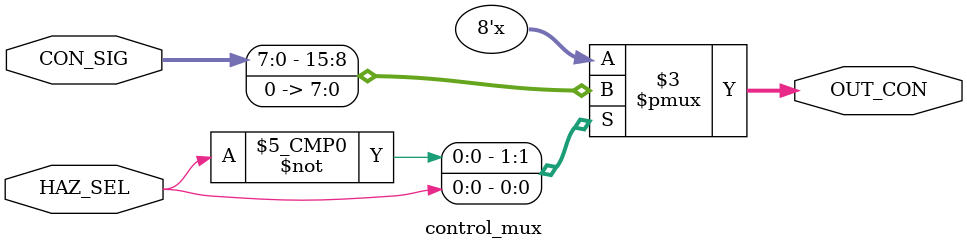
<source format=v>
`timescale 1ns/1ns 
module MIPSpipeline24(clk, reset);
input clk, reset;
wire PC_write = 1, IF_Flush = 0, IFID_write = 1;
wire [31:0] PC,PCin, ID_PC4;
wire [31:0] PC4,PCbeq;////,ID_PC4,EX_PC4;
////wire [31:0] PCbeq,PC4beq;//,PCj,PC4bnej,PCjr; // PC signals in MUX
wire [31:0] Instruction, inst_reg,ID_Instruction; // Output of Instruction Memory
wire [5:0] ID_Opcode,ID_Function,EX_Function; //// Opcode, Function
// Extend
wire [15:0] ID_imm16; //// immediate in I type instruction
wire [31:0] EX_imm16; ////Im16_Ext,EX_Im16_Ext;
wire [31:0] sign_ext_out;
// regfile
wire [4:0] ID_rs,ID_rt,ID_rd,EX_rs,EX_rt,EX_rd,EX_WriteRegister,MEM_WriteRegister,WB_WriteRegister;
wire [31:0] WB_WriteDataToReg, ID_ReadData1, ID_ReadData2, EX_ReadData1, EX_ReadData2,MEM_WriteData;////,ReadData1Out,ReadData2Out;
wire [31:0] Mux_RS,Mux_RT;
// ALU
wire [31:0] Bus_A_ALU,Bus_B_ALU,Bus_B_forwarded;
wire [31:0] EX_ALUResult,MEM_ALUResult,WB_ALUResult;
wire ZeroFlag;////, OverflowFlag, CarryFlag, NegativeFlag,notZeroFlag;
wire [31:0] MEM_ReadDataOfMem,WB_ReadDataOfMem;////,WriteDataOfMe;
//Control signals 
wire RegDst,ALUSrc,MemtoReg,RegWrite,MemRead,MemWrite,Branch;//SignZero,JRControl;
wire PCSrc,HazMuxSel,compare_out;
wire [7:0] CON_SIG,OUT_CON;
wire ID_RegDst,ID_ALUSrc,ID_MemtoReg,ID_RegWrite,ID_MemRead,ID_MemWrite;////ID_Branch,ID_JRControl;
wire EX_RegDst,EX_ALUSrc,EX_MemtoReg,EX_RegWrite,EX_MemRead,EX_MemWrite;////EX_Branch,EX_JRControl;
wire MEM_MemtoReg,MEM_RegWrite,MEM_MemRead,MEM_MemWrite;
wire WB_MemtoReg,WB_RegWrite;
wire [4:0] Shift_Amt;
wire [1:0] ALUop,ID_ALUop,EX_ALUop;
wire [2:0] ALUControl;
//wire beqControl,notbeqControl;
wire [1:0] ForwardA,ForwardB;
wire ForwardC,ForwardD;
wire [31:0] shiftleft2_beq_out;//, addout; 
// PC Write Enable, IF/ID Write Enable
////wire PC_WriteEn,IFID_WriteEn;
assign CON_SIG [0] = RegDst; assign CON_SIG [1] = ALUSrc; assign CON_SIG [2] = MemtoReg;
assign CON_SIG [3] = RegWrite; assign CON_SIG [4] = MemRead; assign CON_SIG [5] = MemWrite;
assign CON_SIG [6] = ALUop [1]; assign CON_SIG [7] = ALUop [0];

assign ID_RegDst= OUT_CON [0]; assign ID_ALUSrc = OUT_CON [1]; assign ID_MemtoReg = OUT_CON [2];
assign ID_RegWrite = OUT_CON [3]; assign ID_MemRead = OUT_CON [4]; assign ID_MemWrite = OUT_CON [5];
assign ID_ALUop [1] = OUT_CON [6]; assign ID_ALUop [0] = OUT_CON [7];

assign ID_Opcode = ID_Instruction[31:26];
assign ID_Function = ID_Instruction[5:0];
assign ID_rs = ID_Instruction[25:21];
assign ID_rt = ID_Instruction[20:16];
assign ID_rd = ID_Instruction[15:11];
assign ID_imm16= ID_Instruction[15:0];

Clockgen c1 (clk,reset);
//IF Stage
pc    pc1(  clk , PCin , PC , reset , PC_write);
pcadder    pcadder11 (PC,PC4);
InstructionMem InstructionMem1(Instruction, PC);
instr_mux instruction_mux (Instruction,inst_reg,IF_Flush);
IFID pipeline_reg1 (clk,IFID_write,PC4,inst_reg,ID_Instruction,ID_PC4);
//ID Stage
HazardUnit HAZ (ID_rs,ID_rt,EX_rt,EX_MemRead,PC_write,IFID_write,HazMuxSel,IF_Flush,PCSrc);
andTOGetPcscr andgate(Branch,compare_out,PCSrc);
Control   hhh(RegDst,ALUSrc,MemtoReg,RegWrite,MemRead,MemWrite,Branch,ALUop,ID_Opcode);
Compare Comparator( Mux_RS, Mux_RT,  compare_out);
ForwardUnit_Branch FUB(MEM_WriteRegister,ID_rs,ID_rt,Branch,ForwardC,ForwardD);
comparator_input_rs_mux comp_mux1(ForwardC,ID_ReadData1,MEM_ALUResult,Mux_RS);
comparator_input_rt_mux comp_mux2(ForwardD,ID_ReadData2,MEM_ALUResult,Mux_RT);
RegFile  RegFile111  (ID_rs, ID_ReadData1 , ID_rt , ID_ReadData2 , clk , WB_RegWrite , WB_WriteRegister ,WB_WriteDataToReg );
control_mux  CON_MUX(CON_SIG,HazMuxSel,OUT_CON);
shift_left_2    shift_left_2111( shiftleft2_beq_out , sign_ext_out);
sign_extend    sign_extend1111( sign_ext_out,ID_imm16);
Addaddress PCadder(shiftleft2_beq_out,ID_PC4,PCbeq);
input_pc_mux IN_PC (PCSrc,PCbeq,PC4,PCin);
IDEX pipeline_reg2(clk,ID_MemtoReg,ID_RegWrite,ID_MemRead,ID_MemWrite,ID_RegDst,ID_ALUop,ID_ALUSrc,
ID_ReadData1,ID_ReadData2,sign_ext_out,ID_rs,ID_rt,ID_rd,ID_Function,EX_MemtoReg,EX_RegWrite,EX_MemRead,EX_MemWrite,EX_RegDst,EX_ALUop,
EX_ALUSrc,EX_ReadData1,EX_ReadData2,EX_imm16,EX_rs,EX_rt,EX_rd,EX_Function);
//EX Stage
ForwardUnit FU(MEM_WriteRegister,WB_WriteRegister,EX_rs,EX_rt,MEM_RegWrite,WB_MemtoReg,ForwardA,ForwardB);
alurs_mux ALUinput1mux(ForwardA,EX_ReadData1,WB_WriteDataToReg,MEM_ALUResult,Bus_A_ALU);
alurt_mux ALUinput2mux(ForwardB,EX_ReadData2,WB_WriteDataToReg,MEM_ALUResult,Bus_B_forwarded);
mux  muxalu (Bus_B_forwarded,EX_imm16,ALUSrc,Bus_B_ALU);
muxx mux225 (EX_rt,EX_rd,EX_RegDst,EX_WriteRegister);
ALUControl_Block    ALUControl_Block1111  ( ALUControl,Shift_Amt, EX_ALUop, EX_Function,EX_imm16);
alu   alu11( Bus_A_ALU, Bus_B_ALU, ALUControl,Shift_Amt,EX_ALUResult,ZeroFlag);
EXMEM pipeline_reg3(clk,EX_MemtoReg,EX_RegWrite,EX_MemRead,EX_MemWrite,EX_ALUResult,EX_WriteRegister,Bus_B_forwarded,
MEM_MemtoReg,MEM_RegWrite,MEM_MemRead,MEM_MemWrite,MEM_ALUResult,MEM_WriteRegister,MEM_WriteData);
//MEM Stage 
data_memory   data_memory1 (clk,MEM_ALUResult,MEM_WriteData,MEM_MemWrite,MEM_MemRead,MEM_ReadDataOfMem);
MEMWB pipeline_reg4(clk,MEM_MemtoReg,MEM_RegWrite,MEM_ReadDataOfMem,MEM_ALUResult,MEM_WriteRegister,
WB_MemtoReg,WB_RegWrite,WB_ReadDataOfMem,WB_ALUResult,WB_WriteRegister);
//WB Stage
mux  mux11 (WB_ALUResult,WB_ReadDataOfMem,WB_MemtoReg,WB_WriteDataToReg);
//// Add add11(addout,shiftleft2_beq_out ,PC4);/// to calculate the new address that beq will branch to
////and andbneControl(beqControl,Branch,ZeroFlag);
////mux  mux22(PC4,addout,beqControl,PCin);
endmodule 


module Clockgen (Clock,reset);
output reg Clock;
output reg reset;
initial
begin
Clock=0; reset=1;
end
always
begin
   reset<=0;
#1 Clock<=1;
#1 Clock<=0;
end
endmodule

module pc(  clock , pcin , pcout , reset , Pcwrite);
input clock , reset,Pcwrite;////Pcwrite for pipeline stall
input [31:0] pcin ;
output  reg [31:0]  pcout;
initial 
begin 
  pcout =0;
 end
always @(posedge clock)
begin
if (Pcwrite)
begin
    if(reset)
        pcout <= 0 ;
    else
        pcout <= pcin ;
end
end
endmodule


module RegFile(ra1, rd1 , ra2 , rd2 , clk , RegWrite , wa ,wd );
input[4:0] ra1;
output[31:0] rd1;
input[4:0] ra2;
output[31:0] rd2;
input clk, RegWrite;
//input werf ;
input[4:0] wa;
input[31:0] wd;
reg [31:0] registers[0:31];
initial 
begin 
registers[0]<=32'b00000000000000000000000000000000;// has to be 0
registers[1]<=32'b00000000000000000000000000000000;//0
registers[2]<=32'b00000000000000000000000000000011;//3
registers[3]<=32'b00000000000000000000000000000111;//7
registers[4]<=32'b00000000000000000000000000000111;//7
registers[5]<=32'b00000000000000000000000000000011;//3
registers[6]<=32'b00000000000000000000000000000010;//2
registers[7]<=32'b00000000000000000000000000000011;//3
registers[8]<=32'b00000000000000000000000000000001;//1
registers[9]<=32'b00000000000000000000000000000001;
registers[10]<=32'b00000000000000000000000000000000;
registers[11]<=32'b00000000000000000000000000000001;
registers[12]<=32'b00000000000000000000000000000001;
registers[13]<=32'b00000000000000000000000000000001;
registers[14]<=32'b00000000000000000000000000000001;
registers[15]<=32'b00000000000000000000000000000001;
registers[16]<=32'b00000000000000000000000000000001;
registers[17]<=32'b00000000000000000000000000000001;
registers[18]<=32'b00000000000000000000000000000001;
registers[19]<=32'b00000000000000000000000000000011;//3
registers[20]<=32'b00000000000000000000000000000010;//2
registers[21]<=32'b00000000000000000000000000000001;//1
registers[22]<=32'b00000000000000000000000000000001;
registers[23]<=32'b00000000000000000000000000000001;
registers[24]<=32'b00000000000000000000000000000001;
registers[25]<=32'b00000000000000000000000000000001;
registers[26]<=32'b00000000000000000000000000000001;
registers[27]<=32'b00000000000000000000000000000001;
registers[28]<=32'b00000000000000000000000000000001;
registers[29]<=32'b00000000000000000000000000000001;
registers[30]<=32'b00000000000000000000000000000001;
registers[31]<=32'b00000000000000000000000000000001;
end
assign rd1 = registers[ra1];
assign rd2 = registers[ra2];
always@ ( posedge clk )
    if (RegWrite)
        registers[wa] <= wd;
endmodule

 
module alu(       
      input          [31:0]     a,          //src1  
      input          [31:0]     b,          //src2  
      input          [2:0]     alu_control,     //function sel
      input	     [4:0]     ShiftAmount,  //for the instrution sll
      output     reg     [31:0]     result,          //result       
      output zero  
   );  
 always @(*)  
 begin   
      case(alu_control)  
      3'b000: result <= a + b; // add  
      3'b001: result <= a - b; // sub  
      3'b010: result <= a & b; // and  
      3'b011: result <= a | b; // or
      3'b100: result <= a<<ShiftAmount; //sll  
      default:result <= a + b; // add  
      endcase  
 end  
 assign zero = (result==32'd0) ? 1'b1: 1'b0;  
 endmodule  

 module data_memory  ( input clk,input[31:0]mem_access_addr,input[31:0] mem_write_data, input  mem_write_en, input mem_read, output [31:0] mem_read_data );  
      integer i;  
      reg [31:0] ram [0:1023];  
      wire [31: 0] ram_addr = mem_access_addr[31:0];  
      initial 
           begin  
           for(i=0;i<1024;i=i+1)  
                ram[i] <= i;  
            end 
      always @(posedge clk) begin  
           if (mem_write_en)  
                ram[ram_addr] <= mem_write_data;  
      end  
      assign mem_read_data = (mem_read==1'b1) ? ram[ram_addr]: 32'd0;   
 endmodule   

module ALUControl_Block( ALUControl,Shift_amt, ALUOp, Function,Sign_Extend);
output reg [2:0] ALUControl;
output reg [4:0] Shift_amt;
input [1:0] ALUOp;
input [5:0] Function;
input [31:0] Sign_Extend;
wire [7:0] ALUControlIn;
assign ALUControlIn = {ALUOp,Function};
always @(ALUControlIn)
casex (ALUControlIn)
 //8'b11xxxxxx: ALUControl=2'b01;  
 8'b00xxxxxx: ALUControl<=3'b000;//lw sw
 8'b01xxxxxx: ALUControl<=3'b001;// beq
 8'b10100000: ALUControl<=3'b000;//add
 8'b10100010: ALUControl<=3'b001;//sub
 8'b10100100: ALUControl<=3'b010;//and
 8'b10100101: ALUControl<=3'b011;//or
 8'b10000000: begin
	ALUControl<=3'b100;//sll
	Shift_amt <= Sign_Extend [10:6];
	end
 default: ALUControl=3'b000;
 endcase
endmodule

module sign_extend(sOut32,sIn16);
output [31:0] sOut32;
input [15:0] sIn16;
assign sOut32 = {{16{sIn16[15]}},sIn16};
endmodule
// Shift left 2 module 
module shift_left_2(Out32, In32);
output [31:0] Out32;
input [31:0] In32;

assign Out32 = {In32[29:0],2'b00};
endmodule

module zero_extend(zOut32,zIn16);
output [31:0] zOut32;
input [15:0] zIn16;
assign zOut32 = {{16{1'b0 }},zIn16};
endmodule
//---------------------------------------------------------------------------------------------------

module mux (in1,in2,sel,out1);

input [31:0] in1,in2;
output reg [31:0] out1;
input sel;

always@ (in1 or in2 or sel)

case (sel)
1'b0 : out1 <= in1 ;
1'b1 : out1 <= in2 ;
endcase 

endmodule

module muxx (in1,in2,sel,out1);

input [4:0] in1,in2;
output reg [4:0] out1;
input sel;

always@ (in1 or in2 or sel)

case (sel)
1'b0 : out1 <= in1 ; 
1'b1 : out1 <= in2 ;
endcase 

endmodule

module InstructionMem(instruction, address);

input [31:0] address;
output [31:0] instruction;
reg [31:0]instrmem[0:1023];
reg [31:0] temp;
assign instruction [31:0]=temp[31:0];

always @(address)
begin
 temp <=instrmem[address>>2];
end

initial
begin
$readmemb("Firsttestcase.txt", instrmem);
end
endmodule

module Control(
RegDst,
ALUSrc,
MemtoReg,
RegWrite,
MemRead,
MemWrite,
Branch,
ALUOp,
Opcode
);

output RegDst,ALUSrc,MemtoReg,RegWrite,MemRead,MemWrite,Branch;
output [1:0] ALUOp;
input [5:0] Opcode;
reg RegDst,ALUSrc,MemtoReg,RegWrite,MemRead,MemWrite,Branch;
reg [1:0] ALUOp;
always @(*)
casex (Opcode)
 6'b000000 : begin // R - type
     RegDst = 1'b1;
     ALUSrc = 1'b0;
     MemtoReg= 1'b0;
     RegWrite= 1'b1;
     MemRead = 1'b0;
     MemWrite= 1'b0;
     Branch = 1'b0;
     ALUOp = 2'b10;
     //Jump = 1'b0;
    // SignZero= 1'b0;
    end
 6'b100011 : begin // lw - load word
     RegDst = 1'b0;
     ALUSrc = 1'b1;
     MemtoReg= 1'b1;
     RegWrite= 1'b1;
     MemRead = 1'b1;
     MemWrite= 1'b0;
     Branch = 1'b0;
     ALUOp = 2'b00;
    // Jump = 1'b0;
     // SignZero= 1'b0; // sign extend
    end
 6'b101011 : begin // sw - store word
     RegDst = 1'bx;
     ALUSrc = 1'b1;
     MemtoReg= 1'bx;
     RegWrite= 1'b0;
     MemRead = 1'b0;
     MemWrite= 1'b1;
     Branch = 1'b0;
     ALUOp = 2'b00;
     //Jump = 1'b0;
     //SignZero= 1'b0;
    end


 6'b000100 : begin // beq- branch if equal
     RegDst = 1'b0;
     ALUSrc = 1'b0;
     MemtoReg= 1'b0;
     RegWrite= 1'b0;
     MemRead = 1'b0;
     MemWrite= 1'b0;
     Branch = 1'b1;
     ALUOp = 2'b01;
    // Jump = 1'b0;
    // SignZero= 1'b0; // sign extend
    end

/* 6'b000101 : begin // bne - branch if not equal
     RegDst = 1'b0;
     ALUSrc = 1'b0;
     MemtoReg= 1'b0;
     RegWrite= 1'b0;
     MemRead = 1'b0;
     MemWrite= 1'b0;
     Branch = 1'b1;
     ALUOp = 2'b01;
     Jump = 1'b0;
     SignZero= 1'b0; // sign extend
    end*/
 /*6'b001110 : begin // XORI - XOR immidiate
     RegDst = 1'b0;
     ALUSrc = 1'b1;
     MemtoReg= 1'b0;
     RegWrite= 1'b1;
     MemRead = 1'b0;
     MemWrite= 1'b0;
     Branch = 1'b0;
     ALUOp = 2'b11;
     Jump = 1'b0;
     SignZero= 1'b1; // zero extend
    end
 6'b000010 : begin // j - Jump
     RegDst = 1'b0;
     ALUSrc = 1'b0;
     MemtoReg= 1'b0;
     RegWrite= 1'b0;
     MemRead = 1'b0;
     MemWrite= 1'b0;
     Branch = 1'b0;
     ALUOp = 2'b00;
     Jump = 1'b1;
     SignZero= 1'b0;
    end*/
 default : begin 
     RegDst = 1'b0;
     ALUSrc = 1'b0;
     MemtoReg= 1'b0;
     RegWrite= 1'b0;
     MemRead = 1'b0;
     MemWrite= 1'b0;
     Branch = 1'b0;
     ALUOp = 2'b10;
     //Jump = 1'b0;
     //SignZero= 1'b0;
    end
 
endcase
endmodule
/*module zero_extend(zOut32,zIn16);
output [31:0] zOut32;
input [15:0] zIn16;
assign zOut32 = {{16{1'b0 }},zIn16};
endmodule*/


module Add(S,A,B);
output [31:0] S;
input [31:0] A,B;
assign S = A + B;
endmodule

//---------------------------------------------------------------------------------------------------
 module pcadder(pc,pcout);
input [31:0] pc;
output[31:0] pcout ;
assign  pcout=pc+4;
endmodule

////////////////////////////////////////////PIPELINE\\\\\\\\\\\\\\\\\\\\\\\\\\\\\\\\\\\\\\\\\\\\\\\\\\\\
//IF/ID:
module IFID(clock,IFIDWrite,PC_Plus4,Inst,InstReg,PC_Plus4Reg); 
    input [31:0] PC_Plus4,Inst;//PC_Plus4 is the normal PC, no idea why this naming 
    input clock,IFIDWrite; 
    output reg [31:0] InstReg, PC_Plus4Reg;
     
    initial begin 
        InstReg = 0; 
        PC_Plus4Reg = 0; 
    end  
    always@(posedge clock) 
    begin ////yasmine made a mux for the flush
       // if(flush) 
       // begin 
       //    InstReg <= 0; 
       //    PC_Plus4Reg <=0; 
       // end 
         if(IFIDWrite)//else nothing is going to change 
        begin 
           InstReg <= Inst; 
           PC_Plus4Reg <= PC_Plus4; 
        end 
    end  
endmodule 

//ID/EX: 
module IDEX(clock,MemtoReg,RegWrite,MemRead,MemWrite,RegDst,ALUop,ALUSrc,DataA,DataB,imm_value,RegRs,RegRt,RegRd,Function,Memtoreg_reg,RegWrite_reg,
MemRead_reg,MemWrite_reg,RegDst_reg,ALUop_reg,ALUSrc_reg,DataAreg,DataBreg,imm_valuereg,RegRsreg,RegRtreg,RegRdreg,Functionreg); 
    input clock; 
    input MemtoReg,RegWrite,MemRead,MemWrite,RegDst,ALUSrc;////,Branch
    input [1:0] ALUop;
    input [4:0] RegRs,RegRt,RegRd; 
    input [31:0] DataA,DataB,imm_value;
    input [5:0] Function;
    output reg Memtoreg_reg,RegWrite_reg,MemRead_reg,MemWrite_reg,RegDst_reg,ALUSrc_reg;/////,Branch_reg
    output reg [1:0] ALUop_reg; 
    output reg [4:0] RegRsreg,RegRtreg,RegRdreg; 
    output reg [31:0] DataAreg,DataBreg,imm_valuereg; 
    output reg [5:0] Functionreg;
    initial begin
        Functionreg=0;           Memtoreg_reg = 0;        RegWrite_reg = 0;
        MemRead_reg = 0;         MemWrite_reg = 0;        RegDst_reg = 0; 
        ALUop_reg = 2'b00;       ALUSrc_reg = 0;   
        DataAreg = 0;            DataBreg = 0;            imm_valuereg = 0; 
        RegRsreg = 0;            RegRtreg = 0;            RegRdreg = 0; 
    end 
    always@(posedge clock) 
    begin 
	Functionreg<=Function;
	Memtoreg_reg <= MemtoReg;
        RegWrite_reg <= RegWrite;
        MemRead_reg <= MemRead;
        MemWrite_reg <= MemWrite; 
        RegDst_reg <= RegDst;
        ALUop_reg[1] <= ALUop[1];
	ALUop_reg[0] <= ALUop[0];
        ALUSrc_reg <= ALUSrc;  
        DataAreg <= DataA;
        DataBreg <= DataB; 
        imm_valuereg <= imm_value; 
        RegRsreg <= RegRs; 
        RegRtreg <= RegRt; 
        RegRdreg <= RegRd; 
    end 
endmodule 

//EX/MEM: 
module EXMEM(clock,MemtoReg,RegWrite,MemRead,MemWrite,ALUOut,RegRD,WriteDataIn,Memtoreg_reg,RegWrite_reg,
MemRead_reg,MemWrite_reg,ALUreg,RegRDreg,WriteDataOut); 
   input clock; 
   input MemtoReg,RegWrite,MemRead,MemWrite;////,Branch;
   input [4:0] RegRD; 
   input [31:0] ALUOut,WriteDataIn; 
   output reg Memtoreg_reg,RegWrite_reg,MemRead_reg,MemWrite_reg;////,Branch_reg;
   output reg [31:0] ALUreg,WriteDataOut; 
   output reg [4:0] RegRDreg; 
  
   initial begin 
      Memtoreg_reg = 0;         RegWrite_reg = 0;
      MemRead_reg = 0;         MemWrite_reg = 0;        
      ALUreg=0; 	       WriteDataOut=0; 		RegRDreg=0; 
   end 
    
    always@(posedge clock) 
    begin 
        Memtoreg_reg <= MemtoReg;
        RegWrite_reg <= RegWrite;
        MemRead_reg <= MemRead;
        MemWrite_reg <= MemWrite;
        ALUreg <= ALUOut; 
        RegRDreg <= RegRD; 
        WriteDataOut <= WriteDataIn; 
    end 
endmodule 

//MEM/WB: 
module MEMWB(clock,MemtoReg,RegWrite,Memout,ALUOut,RegRD,Memtoreg_reg,RegWrite_reg,Memreg,ALUreg,RegRDreg); 
   input clock; 
   input MemtoReg,RegWrite;
   input [4:0] RegRD; 
   input [31:0] Memout,ALUOut; 
   output reg Memtoreg_reg,RegWrite_reg; 
   output reg [31:0] Memreg,ALUreg; 
   output reg [4:0] RegRDreg; 
 
   initial begin 
      Memtoreg_reg = 0;         RegWrite_reg = 0;
      Memreg = 0;       ALUreg = 0;       RegRDreg = 0;    
   end 
    always@(posedge clock) 
    begin 
        Memtoreg_reg <= MemtoReg;
        RegWrite_reg <= RegWrite;
        Memreg <= Memout; 
        ALUreg <= ALUOut; 
        RegRDreg <= RegRD; 
    end 
endmodule

//forwording unit

 module ForwardUnit(MEMRegRd,WBRegRd,EXRegRs,EXRegRt, MEM_RegWrite, WB_MemtoReg, ForwardA, ForwardB); 
   input[4:0] MEMRegRd,WBRegRd,EXRegRs,EXRegRt;  
   input MEM_RegWrite, WB_MemtoReg; 
   output [1:0] ForwardA, ForwardB;
   reg [1:0] Forward_A, Forward_B;

   assign ForwardA = Forward_A; 		assign ForwardB = Forward_B; 
    
   //Forward A 
   always@(MEM_RegWrite or MEMRegRd or EXRegRs or WB_MemtoReg or WBRegRd) 
   begin 
      if((MEM_RegWrite)&&(MEMRegRd != 0)&&(MEMRegRd == EXRegRs)) //add add ///from EX/MEM to Alu
          Forward_A <= 2'b10;  ////ALU result
      else if((WB_MemtoReg)&&(WBRegRd != 0)&&(WBRegRd == EXRegRs)&&(MEMRegRd != EXRegRs) ) //lw stall add or add something not relevent add
          Forward_A <= 2'b01; ////output of wb stage
      else 
          Forward_A <= 2'b00; //// Rs single cycle
   end 
 
   //Forward B 
   always@(WB_MemtoReg or WBRegRd or EXRegRt or MEMRegRd or MEM_RegWrite) 
   begin 
      if((WB_MemtoReg)&&(WBRegRd != 0)&&(WBRegRd == EXRegRt)&&(MEMRegRd != EXRegRt) ) //lw stall add or add something not relevent add
          Forward_B <= 2'b01;/////////output of wb stage 
      else if((MEM_RegWrite)&&(MEMRegRd != 0)&&(MEMRegRd == EXRegRt)) //add add
          Forward_B <= 2'b10;/////////ALU result 
      else  
          Forward_B <= 2'b00; //// Rt single cycle 
   end 
 
 endmodule
//Hazard Detection Unit Module: 
module HazardUnit(IDRegRs,IDRegRt,EXRegRt,EXMemRead,PCWrite,IFIDWrite,HazMuxCon,if_flush,pcsrcs/*,Mcont*/); 
    
    input [4:0] IDRegRs,IDRegRt,EXRegRt; 
    input EXMemRead,pcsrcs;
    //input [2:0] Mcont ;//branch mem read memwrit ..control sig going to memory stage if branch  001:mem read 0mem write 0 branch 1
    output PCWrite, IFIDWrite, HazMuxCon,if_flush; 
    reg PC_Write, IFID_Write, Haz_MuxCon,if__flush;
    assign  PCWrite = PC_Write; 		assign IFIDWrite = IFID_Write; 
    assign HazMuxCon = Haz_MuxCon;		assign if_flush = if__flush;
    always@(IDRegRs,IDRegRt,EXRegRt,EXMemRead,pcsrcs/*,Mcont*/) 
     begin
    if(EXMemRead&&((EXRegRt == IDRegRs)||(EXRegRt == IDRegRt)))////lw add 
       begin//stall 
           PC_Write <= 0; 
           IFID_Write <= 0; 
           Haz_MuxCon <= 1; //kda hatal3 al signal bta3t alcontrol unit =0
       end
    else if (pcsrcs)//((pcsrcs)&&(Mcont))
    begin
     if__flush <=1;
    end 
    else 
       begin//no stall 
            PC_Write <= 1; 
            IFID_Write <= 1; 
            Haz_MuxCon <= 0; 
            if__flush <=0;   
       end 
 end
endmodule

//datatowrite ..output of mux (selector memtoreg) in wb stage//memaluout ..output of ex/mem reg (ALUresult)
//aluscra is the output of alurs_mux and is the input 1 to alu
module alurs_mux(ForwardA,Rs,datatowrite,MEMALUOut,ALUSrcA); 
input [1:0] ForwardA; 
input [31:0] Rs,datatowrite,MEMALUOut; 
output reg [31:0] ALUSrcA; 
 
always@(ForwardA,Rs,datatowrite,MEMALUOut) 
begin 
  case(ForwardA) 
      2'b00: 
        ALUSrcA <= Rs; 
      2'b01: 
        ALUSrcA <= datatowrite; 
      2'b10: 
        ALUSrcA <= MEMALUOut; 
  endcase 
end //OUTPUT IS INPUT TO RS
 endmodule

module alurt_mux(ForwardB,Rt,datatowrite,MEMALUOut,ALUSrcB); 
input [1:0] ForwardB; 
input [31:0] Rt,datatowrite,MEMALUOut; 
output reg [31:0] ALUSrcB;  
 
always@(ForwardB,Rt,datatowrite,MEMALUOut) 
begin 
  case(ForwardB) 
      2'b00: 
        ALUSrcB <= Rt; 
      2'b01: 
        ALUSrcB <= datatowrite; 
      2'b10: 
        ALUSrcB <= MEMALUOut; 
  endcase 
end 
//OUTPUT OF THIS MUX IS INPUT TO MUX (IMMEDIATE & RT ) 
endmodule 


module ForwardUnit_Branch(MEMRegRd,IDRegRs,IDRegRt,branch,ForwardC, ForwardD); 
   input[4:0] MEMRegRd,IDRegRs,IDRegRt;  
   input branch; 
   output reg ForwardC, ForwardD;  
    
   //Forward C 
   always@(branch or MEMRegRd or IDRegRs  ) 
   begin 
      if((branch)&&(MEMRegRd != 0)&&(MEMRegRd == IDRegRs)) 
         ForwardC <= 1; 
      else ForwardC <= 0;
    end
   //Forward D 
   always@(branch or MEMRegRd or IDRegRt ) 
   begin 
      if((branch)&&(MEMRegRd != 0)&&(MEMRegRd == IDRegRt)) 
         ForwardD <= 1; 
      else ForwardD <= 0; 
   end
 endmodule


//compare rs if equal rt
module Compare(
    input  [31:0] RS,
    input  [31:0] RT,
    output EQ);
  assign EQ  = ( RS== RT);
endmodule
//calculate address of the label of the branch 
module Addaddress(
    input  [31:0] shiftleft2result,
    input  [31:0] pcplusfour,
    output [31:0] labelAddr
    );

    assign labelAddr = (shiftleft2result + pcplusfour);

endmodule
module comparator_input_rs_mux(Forwardc,Rs,ex_mem_alu_out,rsToComarator); 
input Forwardc; 
input [31:0] Rs,ex_mem_alu_out; 
output reg [31:0] rsToComarator; 
 
always@(Forwardc,Rs,ex_mem_alu_out) 
begin 
  case(Forwardc) 
      0: 
       rsToComarator<= Rs; 
      1: 
       rsToComarator <= ex_mem_alu_out; 
  endcase 
end //OUTPUT IS INPUT comparator rs
 endmodule

module comparator_input_rt_mux(Forwardd,Rt,ex_mem_alu_out1,rsToComarator1); 
input Forwardd; 
input [31:0] Rt,ex_mem_alu_out1; 
output reg [31:0] rsToComarator1;  
 
always@(Forwardd,Rt,ex_mem_alu_out1) 
begin 
  case(Forwardd) 
      0: 
       rsToComarator1<= Rt; 
      1: 
       rsToComarator1 <= ex_mem_alu_out1; 
  endcase 
end //OUTPUT IS INPUT comparator  rt
 endmodule

module andTOGetPcscr (branchCon,compOut,pcscr);//compOut comparator output .. branch con branch control signal
input branchCon,compOut;
output pcscr;
assign pcscr=(branchCon&compOut);
endmodule
////yasmin kalakna
module instr_mux (instruction,instr_reg, IF_flush);
input [31:0]instruction;
input IF_flush;
output reg [31:0] instr_reg;

always @(instruction, IF_flush)
begin
case(IF_flush) 
      1: 
       instr_reg <= 32'b0; 
      0: 
      instr_reg <= instruction; 
  endcase  
end 
endmodule

module muxdestination (reg_dstn,id_ex_rt,id_ex_rd, regDst_control);//choose between rt &rd
input[31:0]id_ex_rt,id_ex_rd;
input regDst_control;
output reg [31:0] reg_dstn;

always @ (id_ex_rt,id_ex_rd, regDst_control)
begin
case(regDst_control) 
    0: 
       reg_dstn<=id_ex_rt; 
     1: 
     reg_dstn <= id_ex_rd; 
 endcase  
end 
endmodule

module input_pc_mux (pcSrc,branch_pc,pcPLUSfour,ToPc);
input[31:0]branch_pc,pcPLUSfour;
input pcSrc;
output [31:0] ToPc;
reg [31:0] ToPc;
always @ (pcSrc,branch_pc,pcPLUSfour)
begin
case(pcSrc) 
    0: 
       ToPc<=pcPLUSfour; 
     1: 
     ToPc <= branch_pc; 
 endcase  
end 
endmodule
module control_mux (CON_SIG,HAZ_SEL,OUT_CON);
input [7:0] CON_SIG;
input HAZ_SEL;
output reg [7:0] OUT_CON;
always @ (CON_SIG,HAZ_SEL)
case(HAZ_SEL)
0:OUT_CON<=CON_SIG;
1:OUT_CON<=0;
endcase
endmodule
</source>
